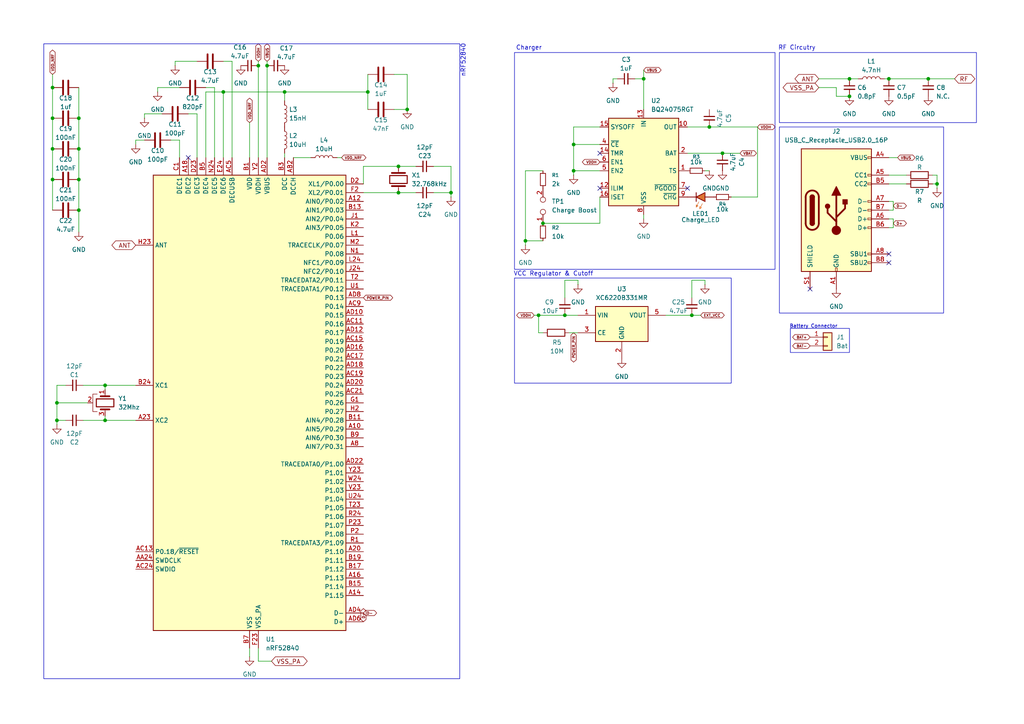
<source format=kicad_sch>
(kicad_sch (version 20250114) (generator "eeschema") (generator_version "9.0")
  (paper "A4")
  (lib_symbols
    (symbol "Battery_Management:BQ24075RGT"
      (property "Reference" "U" (at -8.89 13.97 0))
      (property "Value" "BQ24075RGT" (at 16.51 13.97 0))
      (symbol "BQ24075RGT_0_1"
        (rectangle (start -10.16 12.7) (end 10.16 -12.7) (stroke (width 0.254)) (fill (type background)))
      )
      (symbol "BQ24075RGT_1_1"
        (pin input line (at -12.7 10.16 0) (length 2.54) (name "SYSOFF") (number "15"))
        (pin input line (at -12.7 5.08 0) (length 2.54) (name "~{CE}") (number "4"))
        (pin input line (at -12.7 2.54 0) (length 2.54) (name "TMR") (number "14"))
        (pin input line (at -12.7 0 0) (length 2.54) (name "EN1") (number "6"))
        (pin input line (at -12.7 -2.54 0) (length 2.54) (name "EN2") (number "5"))
        (pin passive line (at -12.7 -7.62 0) (length 2.54) (name "ILIM") (number "12"))
        (pin passive line (at -12.7 -10.16 0) (length 2.54) (name "ISET") (number "16"))
        (pin power_in line (at 0 15.24 270) (length 2.54) (name "IN") (number "13"))
        (pin passive line (at 0 -15.24 90) (length 2.54) (hide yes) (name "VSS") (number "17"))
        (pin power_in line (at 0 -15.24 90) (length 2.54) (name "VSS") (number "8"))
        (pin power_out line (at 12.7 10.16 180) (length 2.54) (name "OUT") (number "10"))
        (pin passive line (at 12.7 10.16 180) (length 2.54) (hide yes) (name "OUT") (number "11"))
        (pin power_out line (at 12.7 2.54 180) (length 2.54) (name "BAT") (number "2"))
        (pin passive line (at 12.7 2.54 180) (length 2.54) (hide yes) (name "BAT") (number "3"))
        (pin passive line (at 12.7 -2.54 180) (length 2.54) (name "TS") (number "1"))
        (pin open_collector line (at 12.7 -7.62 180) (length 2.54) (name "~{PGOOD}") (number "7"))
        (pin open_collector line (at 12.7 -10.16 180) (length 2.54) (name "~{CHG}") (number "9"))
      )
    )
    (symbol "Connector:TestPoint_2Pole" (pin_names (offset 0.762) (hide yes))
      (property "Reference" "TP" (at 0 1.524 0))
      (property "Value" "TestPoint_2Pole" (at 0 -1.778 0))
      (symbol "TestPoint_2Pole_0_1"
        (circle (center -1.778 0) (radius 0.762))
        (circle (center 1.778 0) (radius 0.762))
        (pin passive line (at -5.08 0 0) (length 2.54) (name "1") (number "1"))
        (pin passive line (at 5.08 0 180) (length 2.54) (name "2") (number "2"))
      )
    )
    (symbol "Connector:USB_C_Receptacle_USB2.0_16P" (pin_names (offset 1.016))
      (property "Reference" "J" (at 0 22.225 0))
      (property "Value" "USB_C_Receptacle_USB2.0_16P" (at 0 19.685 0))
      (symbol "USB_C_Receptacle_USB2.0_16P_0_0"
        (rectangle (start -0.254 -17.78) (end 0.254 -16.764))
        (rectangle (start 10.16 15.494) (end 9.144 14.986))
        (rectangle (start 10.16 10.414) (end 9.144 9.906))
        (rectangle (start 10.16 7.874) (end 9.144 7.366))
        (rectangle (start 10.16 2.794) (end 9.144 2.286))
        (rectangle (start 10.16 0.254) (end 9.144 -0.254))
        (rectangle (start 10.16 -2.286) (end 9.144 -2.794))
        (rectangle (start 10.16 -4.826) (end 9.144 -5.334))
        (rectangle (start 10.16 -12.446) (end 9.144 -12.954))
        (rectangle (start 10.16 -14.986) (end 9.144 -15.494))
      )
      (symbol "USB_C_Receptacle_USB2.0_16P_0_1"
        (rectangle (start -10.16 17.78) (end 10.16 -17.78) (stroke (width 0.254)) (fill (type background)))
        (polyline (pts (xy -8.89 -3.81) (xy -8.89 3.81)) (stroke (width 0.508)))
        (rectangle (start -7.62 -3.81) (end -6.35 3.81) (stroke (width 0.254)) (fill (type outline)))
        (arc (start -7.62 3.81) (mid -6.985 4.4423) (end -6.35 3.81) (stroke (width 0.254)))
        (arc (start -7.62 3.81) (mid -6.985 4.4423) (end -6.35 3.81) (stroke (width 0.254)) (fill (type outline)))
        (arc (start -8.89 3.81) (mid -6.985 5.7067) (end -5.08 3.81) (stroke (width 0.508)))
        (arc (start -5.08 -3.81) (mid -6.985 -5.7067) (end -8.89 -3.81) (stroke (width 0.508)))
        (arc (start -6.35 -3.81) (mid -6.985 -4.4423) (end -7.62 -3.81) (stroke (width 0.254)))
        (arc (start -6.35 -3.81) (mid -6.985 -4.4423) (end -7.62 -3.81) (stroke (width 0.254)) (fill (type outline)))
        (polyline (pts (xy -5.08 3.81) (xy -5.08 -3.81)) (stroke (width 0.508)))
        (circle (center -2.54 1.143) (radius 0.635) (stroke (width 0.254)) (fill (type outline)))
        (polyline (pts (xy -1.27 4.318) (xy 0 6.858) (xy 1.27 4.318) (xy -1.27 4.318)) (stroke (width 0.254)) (fill (type outline)))
        (polyline (pts (xy 0 -2.032) (xy 2.54 0.508) (xy 2.54 1.778)) (stroke (width 0.508)))
        (polyline (pts (xy 0 -3.302) (xy -2.54 -0.762) (xy -2.54 0.508)) (stroke (width 0.508)))
        (polyline (pts (xy 0 -5.842) (xy 0 4.318)) (stroke (width 0.508)))
        (circle (center 0 -5.842) (radius 1.27) (fill (type outline)))
        (rectangle (start 1.905 1.778) (end 3.175 3.048) (stroke (width 0.254)) (fill (type outline)))
      )
      (symbol "USB_C_Receptacle_USB2.0_16P_1_1"
        (pin passive line (at -7.62 -22.86 90) (length 5.08) (name "SHIELD") (number "S1"))
        (pin passive line (at 0 -22.86 90) (length 5.08) (name "GND") (number "A1"))
        (pin passive line (at 0 -22.86 90) (length 5.08) (hide yes) (name "GND") (number "A12"))
        (pin passive line (at 0 -22.86 90) (length 5.08) (hide yes) (name "GND") (number "B1"))
        (pin passive line (at 0 -22.86 90) (length 5.08) (hide yes) (name "GND") (number "B12"))
        (pin passive line (at 15.24 15.24 180) (length 5.08) (name "VBUS") (number "A4"))
        (pin passive line (at 15.24 15.24 180) (length 5.08) (hide yes) (name "VBUS") (number "A9"))
        (pin passive line (at 15.24 15.24 180) (length 5.08) (hide yes) (name "VBUS") (number "B4"))
        (pin passive line (at 15.24 15.24 180) (length 5.08) (hide yes) (name "VBUS") (number "B9"))
        (pin bidirectional line (at 15.24 10.16 180) (length 5.08) (name "CC1") (number "A5"))
        (pin bidirectional line (at 15.24 7.62 180) (length 5.08) (name "CC2") (number "B5"))
        (pin bidirectional line (at 15.24 2.54 180) (length 5.08) (name "D-") (number "A7"))
        (pin bidirectional line (at 15.24 0 180) (length 5.08) (name "D-") (number "B7"))
        (pin bidirectional line (at 15.24 -2.54 180) (length 5.08) (name "D+") (number "A6"))
        (pin bidirectional line (at 15.24 -5.08 180) (length 5.08) (name "D+") (number "B6"))
        (pin bidirectional line (at 15.24 -12.7 180) (length 5.08) (name "SBU1") (number "A8"))
        (pin bidirectional line (at 15.24 -15.24 180) (length 5.08) (name "SBU2") (number "B8"))
      )
    )
    (symbol "Connector_Generic:Conn_01x02" (pin_names (offset 1.016) (hide yes))
      (property "Reference" "J" (at 0 2.54 0))
      (property "Value" "Conn_01x02" (at 0 -5.08 0))
      (symbol "Conn_01x02_1_1"
        (rectangle (start -1.27 1.27) (end 1.27 -3.81) (stroke (width 0.254)) (fill (type background)))
        (rectangle (start -1.27 0.127) (end 0 -0.127) (stroke (width 0.1524)))
        (rectangle (start -1.27 -2.413) (end 0 -2.667) (stroke (width 0.1524)))
        (pin passive line (at -5.08 0 0) (length 3.81) (name "Pin_1") (number "1"))
        (pin passive line (at -5.08 -2.54 0) (length 3.81) (name "Pin_2") (number "2"))
      )
    )
    (symbol "Device:C" (pin_numbers (hide yes)) (pin_names (offset 0.254))
      (property "Reference" "C" (at 0.635 2.54 0))
      (property "Value" "C" (at 0.635 -2.54 0))
      (symbol "C_0_1"
        (polyline (pts (xy -2.032 0.762) (xy 2.032 0.762)) (stroke (width 0.508)))
        (polyline (pts (xy -2.032 -0.762) (xy 2.032 -0.762)) (stroke (width 0.508)))
      )
      (symbol "C_1_1"
        (pin passive line (at 0 3.81 270) (length 2.794) (name "~") (number "1"))
        (pin passive line (at 0 -3.81 90) (length 2.794) (name "~") (number "2"))
      )
    )
    (symbol "Device:C_Small" (pin_numbers (hide yes)) (pin_names (offset 0.254) (hide yes))
      (property "Reference" "C" (at 0.254 1.778 0))
      (property "Value" "C_Small" (at 0.254 -2.032 0))
      (symbol "C_Small_0_1"
        (polyline (pts (xy -1.524 0.508) (xy 1.524 0.508)) (stroke (width 0.3048)))
        (polyline (pts (xy -1.524 -0.508) (xy 1.524 -0.508)) (stroke (width 0.3302)))
      )
      (symbol "C_Small_1_1"
        (pin passive line (at 0 2.54 270) (length 2.032) (name "~") (number "1"))
        (pin passive line (at 0 -2.54 90) (length 2.032) (name "~") (number "2"))
      )
    )
    (symbol "Device:Crystal_GND2" (pin_names (offset 1.016) (hide yes))
      (property "Reference" "Y" (at 0 5.715 0))
      (property "Value" "Crystal_GND2" (at 0 3.81 0))
      (symbol "Crystal_GND2_0_1"
        (polyline (pts (xy -2.54 0) (xy -1.905 0)))
        (polyline (pts (xy -2.54 -2.286) (xy -2.54 -3.556) (xy 2.54 -3.556) (xy 2.54 -2.286)))
        (polyline (pts (xy -1.905 -1.27) (xy -1.905 1.27)) (stroke (width 0.508)))
        (rectangle (start -1.143 2.54) (end 1.143 -2.54) (stroke (width 0.3048)))
        (polyline (pts (xy 0 -3.81) (xy 0 -3.556)))
        (polyline (pts (xy 1.905 1.27) (xy 1.905 -1.27)) (stroke (width 0.508)))
        (polyline (pts (xy 1.905 0) (xy 2.54 0)))
      )
      (symbol "Crystal_GND2_1_1"
        (pin passive line (at -3.81 0 0) (length 1.27) (name "1") (number "1"))
        (pin passive line (at 0 -5.08 90) (length 1.27) (name "2") (number "2"))
        (pin passive line (at 3.81 0 180) (length 1.27) (name "3") (number "3"))
      )
    )
    (symbol "Device:L" (pin_numbers (hide yes)) (pin_names (offset 1.016) (hide yes))
      (property "Reference" "L" (at -1.27 0 90))
      (property "Value" "L" (at 1.905 0 90))
      (symbol "L_0_1"
        (arc (start 0 2.54) (mid 0.6323 1.905) (end 0 1.27))
        (arc (start 0 1.27) (mid 0.6323 0.635) (end 0 0))
        (arc (start 0 0) (mid 0.6323 -0.635) (end 0 -1.27))
        (arc (start 0 -1.27) (mid 0.6323 -1.905) (end 0 -2.54))
      )
      (symbol "L_1_1"
        (pin passive line (at 0 3.81 270) (length 1.27) (name "1") (number "1"))
        (pin passive line (at 0 -3.81 90) (length 1.27) (name "2") (number "2"))
      )
    )
    (symbol "Device:R" (pin_numbers (hide yes)) (pin_names (offset 0))
      (property "Reference" "R" (at 2.032 0 90))
      (property "Value" "R" (at 0 0 90))
      (symbol "R_0_1"
        (rectangle (start -1.016 -2.54) (end 1.016 2.54) (stroke (width 0.254)))
      )
      (symbol "R_1_1"
        (pin passive line (at 0 3.81 270) (length 1.27) (name "~") (number "1"))
        (pin passive line (at 0 -3.81 90) (length 1.27) (name "~") (number "2"))
      )
    )
    (symbol "Device:R_Small" (pin_numbers (hide yes)) (pin_names (offset 0.254) (hide yes))
      (property "Reference" "R" (at 0 0 90))
      (property "Value" "R_Small" (at 1.778 0 90))
      (symbol "R_Small_0_1"
        (rectangle (start -0.762 1.778) (end 0.762 -1.778) (stroke (width 0.2032)))
      )
      (symbol "R_Small_1_1"
        (pin passive line (at 0 2.54 270) (length 0.762) (name "~") (number "1"))
        (pin passive line (at 0 -2.54 90) (length 0.762) (name "~") (number "2"))
      )
    )
    (symbol "MCU_Nordic:nRF52840"
      (property "Reference" "U" (at 0 5.08 0))
      (property "Value" "nRF52840" (at 0 2.54 0))
      (symbol "nRF52840_0_1"
        (rectangle (start -27.94 66.04) (end 27.94 -66.04) (stroke (width 0.254)) (fill (type background)))
      )
      (symbol "nRF52840_1_1"
        (pin passive line (at -33.02 45.72 0) (length 5.08) (name "ANT") (number "H23"))
        (pin input line (at -33.02 5.08 0) (length 5.08) (name "XC1") (number "B24"))
        (pin input line (at -33.02 -5.08 0) (length 5.08) (name "XC2") (number "A23"))
        (pin bidirectional line (at -33.02 -43.18 0) (length 5.08) (name "P0.18/~{RESET}") (number "AC13"))
        (pin input line (at -33.02 -45.72 0) (length 5.08) (name "SWDCLK") (number "AA24"))
        (pin bidirectional line (at -33.02 -48.26 0) (length 5.08) (name "SWDIO") (number "AC24"))
        (pin passive line (at -20.32 71.12 270) (length 5.08) (name "DEC1") (number "C1"))
        (pin passive line (at -17.78 71.12 270) (length 5.08) (name "DEC2") (number "A18"))
        (pin passive line (at -15.24 71.12 270) (length 5.08) (name "DEC3") (number "D23"))
        (pin passive line (at -12.7 71.12 270) (length 5.08) (name "DEC4") (number "B5"))
        (pin passive line (at -10.16 71.12 270) (length 5.08) (name "DEC5") (number "N24"))
        (pin passive line (at -7.62 71.12 270) (length 5.08) (name "DEC6") (number "E24"))
        (pin passive line (at -5.08 71.12 270) (length 5.08) (name "DECUSB") (number "AC5"))
        (pin passive line (at 0 71.12 270) (length 5.08) (hide yes) (name "VDD") (number "A22"))
        (pin passive line (at 0 71.12 270) (length 5.08) (hide yes) (name "VDD") (number "AD14"))
        (pin passive line (at 0 71.12 270) (length 5.08) (hide yes) (name "VDD") (number "AD23"))
        (pin power_in line (at 0 71.12 270) (length 5.08) (name "VDD") (number "B1"))
        (pin passive line (at 0 71.12 270) (length 5.08) (hide yes) (name "VDD") (number "W1"))
        (pin power_in line (at 0 -71.12 90) (length 5.08) (name "VSS") (number "B7"))
        (pin passive line (at 0 -71.12 90) (length 5.08) (hide yes) (name "VSS") (number "EP"))
        (pin power_in line (at 2.54 71.12 270) (length 5.08) (name "VDDH") (number "Y2"))
        (pin power_in line (at 2.54 -71.12 90) (length 5.08) (name "VSS_PA") (number "F23"))
        (pin power_in line (at 5.08 71.12 270) (length 5.08) (name "VBUS") (number "AD2"))
        (pin power_out line (at 10.16 71.12 270) (length 5.08) (name "DCC") (number "B3"))
        (pin power_out line (at 12.7 71.12 270) (length 5.08) (name "DCCH") (number "AB2"))
        (pin bidirectional line (at 33.02 63.5 180) (length 5.08) (name "XL1/P0.00") (number "D2"))
        (pin bidirectional line (at 33.02 60.96 180) (length 5.08) (name "XL2/P0.01") (number "F2"))
        (pin bidirectional line (at 33.02 58.42 180) (length 5.08) (name "AIN0/P0.02") (number "A12"))
        (pin bidirectional line (at 33.02 55.88 180) (length 5.08) (name "AIN1/P0.03") (number "B13"))
        (pin bidirectional line (at 33.02 53.34 180) (length 5.08) (name "AIN2/P0.04") (number "J1"))
        (pin bidirectional line (at 33.02 50.8 180) (length 5.08) (name "AIN3/P0.05") (number "K2"))
        (pin bidirectional line (at 33.02 48.26 180) (length 5.08) (name "P0.06") (number "L1"))
        (pin bidirectional line (at 33.02 45.72 180) (length 5.08) (name "TRACECLK/P0.07") (number "M2"))
        (pin bidirectional line (at 33.02 43.18 180) (length 5.08) (name "P0.08") (number "N1"))
        (pin bidirectional line (at 33.02 40.64 180) (length 5.08) (name "NFC1/P0.09") (number "L24"))
        (pin bidirectional line (at 33.02 38.1 180) (length 5.08) (name "NFC2/P0.10") (number "J24"))
        (pin bidirectional line (at 33.02 35.56 180) (length 5.08) (name "TRACEDATA2/P0.11") (number "T2"))
        (pin bidirectional line (at 33.02 33.02 180) (length 5.08) (name "TRACEDATA1/P0.12") (number "U1"))
        (pin bidirectional line (at 33.02 30.48 180) (length 5.08) (name "P0.13") (number "AD8"))
        (pin bidirectional line (at 33.02 27.94 180) (length 5.08) (name "P0.14") (number "AC9"))
        (pin bidirectional line (at 33.02 25.4 180) (length 5.08) (name "P0.15") (number "AD10"))
        (pin bidirectional line (at 33.02 22.86 180) (length 5.08) (name "P0.16") (number "AC11"))
        (pin bidirectional line (at 33.02 20.32 180) (length 5.08) (name "P0.17") (number "AD12"))
        (pin bidirectional line (at 33.02 17.78 180) (length 5.08) (name "P0.19") (number "AC15"))
        (pin bidirectional line (at 33.02 15.24 180) (length 5.08) (name "P0.20") (number "AD16"))
        (pin bidirectional line (at 33.02 12.7 180) (length 5.08) (name "P0.21") (number "AC17"))
        (pin bidirectional line (at 33.02 10.16 180) (length 5.08) (name "P0.22") (number "AD18"))
        (pin bidirectional line (at 33.02 7.62 180) (length 5.08) (name "P0.23") (number "AC19"))
        (pin bidirectional line (at 33.02 5.08 180) (length 5.08) (name "P0.24") (number "AD20"))
        (pin bidirectional line (at 33.02 2.54 180) (length 5.08) (name "P0.25") (number "AC21"))
        (pin bidirectional line (at 33.02 0 180) (length 5.08) (name "P0.26") (number "G1"))
        (pin bidirectional line (at 33.02 -2.54 180) (length 5.08) (name "P0.27") (number "H2"))
        (pin bidirectional line (at 33.02 -5.08 180) (length 5.08) (name "AIN4/P0.28") (number "B11"))
        (pin bidirectional line (at 33.02 -7.62 180) (length 5.08) (name "AIN5/P0.29") (number "A10"))
        (pin bidirectional line (at 33.02 -10.16 180) (length 5.08) (name "AIN6/P0.30") (number "B9"))
        (pin bidirectional line (at 33.02 -12.7 180) (length 5.08) (name "AIN7/P0.31") (number "A8"))
        (pin bidirectional line (at 33.02 -17.78 180) (length 5.08) (name "TRACEDATA0/P1.00") (number "AD22"))
        (pin bidirectional line (at 33.02 -20.32 180) (length 5.08) (name "P1.01") (number "Y23"))
        (pin bidirectional line (at 33.02 -22.86 180) (length 5.08) (name "P1.02") (number "W24"))
        (pin bidirectional line (at 33.02 -25.4 180) (length 5.08) (name "P1.03") (number "V23"))
        (pin bidirectional line (at 33.02 -27.94 180) (length 5.08) (name "P1.04") (number "U24"))
        (pin bidirectional line (at 33.02 -30.48 180) (length 5.08) (name "P1.05") (number "T23"))
        (pin bidirectional line (at 33.02 -33.02 180) (length 5.08) (name "P1.06") (number "R24"))
        (pin bidirectional line (at 33.02 -35.56 180) (length 5.08) (name "P1.07") (number "P23"))
        (pin bidirectional line (at 33.02 -38.1 180) (length 5.08) (name "P1.08") (number "P2"))
        (pin bidirectional line (at 33.02 -40.64 180) (length 5.08) (name "TRACEDATA3/P1.09") (number "R1"))
        (pin bidirectional line (at 33.02 -43.18 180) (length 5.08) (name "P1.10") (number "A20"))
        (pin bidirectional line (at 33.02 -45.72 180) (length 5.08) (name "P1.11") (number "B19"))
        (pin bidirectional line (at 33.02 -48.26 180) (length 5.08) (name "P1.12") (number "B17"))
        (pin bidirectional line (at 33.02 -50.8 180) (length 5.08) (name "P1.13") (number "A16"))
        (pin bidirectional line (at 33.02 -53.34 180) (length 5.08) (name "P1.14") (number "B15"))
        (pin bidirectional line (at 33.02 -55.88 180) (length 5.08) (name "P1.15") (number "A14"))
        (pin bidirectional line (at 33.02 -60.96 180) (length 5.08) (name "D-") (number "AD4"))
        (pin bidirectional line (at 33.02 -63.5 180) (length 5.08) (name "D+") (number "AD6"))
      )
    )
    (symbol "PCM_Crystal_AKL:Crystal_Generic" (pin_numbers (hide yes)) (pin_names (offset 1.016) (hide yes))
      (property "Reference" "X" (at 0 3.81 0))
      (property "Value" "Crystal_Generic" (at 0 -3.81 0))
      (symbol "Crystal_Generic_0_1"
        (polyline (pts (xy -2.54 0) (xy -1.905 0)))
        (polyline (pts (xy -1.905 -1.905) (xy -1.905 1.905)) (stroke (width 0.508)))
        (rectangle (start -1.143 2.54) (end 1.143 -2.54) (stroke (width 0.3048)))
        (polyline (pts (xy 1.905 -1.905) (xy 1.905 1.905)) (stroke (width 0.508)))
        (polyline (pts (xy 2.54 0) (xy 1.905 0)))
      )
      (symbol "Crystal_Generic_1_1"
        (pin passive line (at -3.81 0 0) (length 1.27) (name "1") (number "1"))
        (pin passive line (at 3.81 0 180) (length 1.27) (name "2") (number "2"))
      )
    )
    (symbol "PCM_LED_AKL:LED_1206_Orange" (pin_numbers (hide yes)) (pin_names (offset 1.016) (hide yes))
      (property "Reference" "LED" (at 0 7.62 0))
      (property "Value" "LED_1206_Orange" (at 0 5.08 0))
      (symbol "LED_1206_Orange_0_1"
        (polyline (pts (xy -1.27 1.27) (xy -1.27 -1.27) (xy 1.27 0) (xy -1.27 1.27)) (stroke (width 0.254)) (fill (type color) (color 220 115 50 1)))
        (polyline (pts (xy -0.508 1.905) (xy 0.254 3.429)) (stroke (width 0.1524) (color 220 115 50 1)))
        (polyline (pts (xy 0.508 1.397) (xy 1.27 2.921)) (stroke (width 0.1524) (color 220 115 50 1)))
        (polyline (pts (xy 1.27 2.286) (xy 0.762 2.54) (xy 1.27 2.921) (xy 1.27 2.286)) (stroke (width 0.1524) (color 220 115 50 1)) (fill (type outline)))
        (polyline (pts (xy 1.27 1.27) (xy 1.27 -1.27)) (stroke (width 0.254)))
      )
      (symbol "LED_1206_Orange_0_2"
        (polyline (pts (xy -2.54 -2.54) (xy -0.889 -0.889)))
        (polyline (pts (xy -1.651 0.889) (xy -2.159 2.413)) (stroke (width 0) (color 220 115 50 1)))
        (polyline (pts (xy -0.889 -0.889) (xy -1.778 0) (xy 0.889 0.889) (xy 0 -1.778) (xy -0.889 -0.889)) (stroke (width 0.254)) (fill (type color) (color 220 115 50 1)))
        (polyline (pts (xy -0.508 1.27) (xy -1.016 2.794)) (stroke (width 0) (color 220 115 50 1)))
        (polyline (pts (xy 0 1.778) (xy 1.778 0)) (stroke (width 0.254)))
        (polyline (pts (xy 0.889 0.889) (xy 2.54 2.54)))
      )
      (symbol "LED_1206_Orange_1_1"
        (polyline (pts (xy 0.254 2.794) (xy -0.254 3.048) (xy 0.254 3.429) (xy 0.254 2.794)) (stroke (width 0) (color 220 115 50 1)) (fill (type outline)))
        (pin passive line (at -3.81 0 0) (length 2.54) (name "A") (number "2"))
        (pin passive line (at 3.81 0 180) (length 2.54) (name "K") (number "1"))
      )
      (symbol "LED_1206_Orange_1_2"
        (polyline (pts (xy -2.159 2.413) (xy -2.286 1.778) (xy -1.6764 1.9812) (xy -2.159 2.413)) (stroke (width 0) (color 220 115 50 1)) (fill (type outline)))
        (polyline (pts (xy -1.016 2.794) (xy -1.143 2.159) (xy -0.5334 2.3622) (xy -1.016 2.794)) (stroke (width 0) (color 220 115 50 1)) (fill (type outline)))
        (pin passive line (at -2.54 -2.54 0) (length 0) (name "A") (number "2"))
        (pin passive line (at 2.54 2.54 180) (length 0) (name "K") (number "1"))
      )
    )
    (symbol "Regulator_Linear:XC6220B331MR"
      (property "Reference" "U" (at 0 8.89 0))
      (property "Value" "XC6220B331MR" (at 0 6.35 0))
      (symbol "XC6220B331MR_0_1"
        (rectangle (start -7.62 5.08) (end 7.62 -5.08) (stroke (width 0.254)) (fill (type background)))
      )
      (symbol "XC6220B331MR_1_1"
        (pin power_in line (at -12.7 2.54 0) (length 5.08) (name "VIN") (number "1"))
        (pin input line (at -12.7 -2.54 0) (length 5.08) (name "CE") (number "3"))
        (pin power_in line (at 0 -10.16 90) (length 5.08) (name "GND") (number "2"))
        (pin no_connect line (at 7.62 -2.54 180) (length 5.08) (hide yes) (name "NC") (number "4"))
        (pin power_out line (at 12.7 2.54 180) (length 5.08) (name "VOUT") (number "5"))
      )
    )
    (symbol "power:GND" (power) (pin_numbers (hide yes)) (pin_names (offset 0) (hide yes))
      (property "Value" "GND" (at 0 -3.81 0))
      (symbol "GND_0_1"
        (polyline (pts (xy 0 0) (xy 0 -1.27) (xy 1.27 -1.27) (xy 0 -2.54) (xy -1.27 -1.27) (xy 0 -1.27)))
      )
      (symbol "GND_1_1"
        (pin power_in line (at 0 0 270) (length 0) (name "~") (number "1"))
      )
    )
  )
  (rectangle (start 226.06 15.24) (end 283.21 35.56))
  (rectangle (start 226.06 36.83) (end 273.685 90.805))
  (rectangle (start 229.235 95.25) (end 246.38 102.235))
  (rectangle (start 12.7 12.7) (end 133.35 196.85))
  (rectangle (start 149.225 80.645) (end 212.09 111.125))
  (rectangle (start 149.225 15.24) (end 224.79 78.105))
  (text "Charger" (at 153.416 13.97 0) (effects (font (size 1.27 1.27))))
  (text "nRF52840" (at 134.366 17.526 90) (effects (font (size 1.27 1.27))))
  (text "RF Circutry" (at 231.14 13.97 0) (effects (font (size 1.27 1.27))))
  (text "VCC Regulator & Cutoff" (at 160.528 79.502 0) (effects (font (size 1.27 1.27))))
  (text "Battery Connector" (at 235.966 94.742 0) (effects (font (size 1.016 1.016))))
  (junction (at 64.77 26.67))
  (junction (at 166.37 41.91))
  (junction (at 157.48 64.77))
  (junction (at 130.81 55.88))
  (junction (at 156.21 91.44))
  (junction (at 200.66 91.44))
  (junction (at 269.24 22.86))
  (junction (at 246.38 27.94))
  (junction (at 106.68 26.67))
  (junction (at 115.57 48.26))
  (junction (at 15.24 25.4))
  (junction (at 152.4 69.85))
  (junction (at 82.55 26.67))
  (junction (at 15.24 43.18))
  (junction (at 15.24 52.07))
  (junction (at 22.86 34.29))
  (junction (at 30.48 111.76))
  (junction (at 77.47 19.05))
  (junction (at 16.51 121.92))
  (junction (at 15.24 34.29))
  (junction (at 74.93 19.05))
  (junction (at 166.37 49.53))
  (junction (at 186.69 22.86))
  (junction (at 257.81 22.86))
  (junction (at 209.55 44.45))
  (junction (at 22.86 43.18))
  (junction (at 118.11 31.75))
  (junction (at 30.48 121.92))
  (junction (at 16.51 116.84))
  (junction (at 271.78 53.34))
  (junction (at 246.38 22.86))
  (junction (at 205.74 36.83))
  (junction (at 163.83 91.44))
  (junction (at 22.86 60.96))
  (junction (at 22.86 52.07))
  (junction (at 115.57 55.88))
  (no_connect (at 257.81 76.2))
  (no_connect (at 234.95 83.82))
  (no_connect (at 257.81 73.66))
  (no_connect (at 199.39 54.61))
  (no_connect (at 54.61 45.72))
  (no_connect (at 173.99 54.61))
  (no_connect (at 173.99 44.45))
  (wire (pts (xy 256.54 22.86) (xy 257.81 22.86)))
  (wire (pts (xy 59.69 45.72) (xy 59.69 26.67)))
  (wire (pts (xy 115.57 55.88) (xy 120.65 55.88)))
  (wire (pts (xy 15.24 43.18) (xy 15.24 52.07)))
  (wire (pts (xy 193.04 91.44) (xy 200.66 91.44)))
  (wire (pts (xy 173.99 57.15) (xy 173.99 64.77)))
  (wire (pts (xy 154.94 91.44) (xy 156.21 91.44)))
  (wire (pts (xy 16.51 116.84) (xy 16.51 111.76)))
  (wire (pts (xy 257.81 22.86) (xy 269.24 22.86)))
  (wire (pts (xy 166.37 49.53) (xy 166.37 50.8)))
  (wire (pts (xy 45.72 25.4) (xy 45.72 26.67)))
  (wire (pts (xy 97.79 45.72) (xy 99.06 45.72)))
  (wire (pts (xy 74.93 19.05) (xy 74.93 45.72)))
  (wire (pts (xy 105.41 55.88) (xy 115.57 55.88)))
  (wire (pts (xy 57.15 17.78) (xy 50.8 17.78)))
  (wire (pts (xy 30.48 111.76) (xy 30.48 113.03)))
  (wire (pts (xy 62.23 45.72) (xy 62.23 25.4)))
  (wire (pts (xy 257.81 63.5) (xy 259.08 63.5)))
  (wire (pts (xy 212.09 57.15) (xy 219.71 57.15)))
  (wire (pts (xy 199.39 44.45) (xy 209.55 44.45)))
  (wire (pts (xy 22.86 52.07) (xy 22.86 60.96)))
  (wire (pts (xy 173.99 36.83) (xy 166.37 36.83)))
  (wire (pts (xy 59.69 26.67) (xy 64.77 26.67)))
  (wire (pts (xy 259.08 66.04) (xy 257.81 66.04)))
  (wire (pts (xy 64.77 26.67) (xy 64.77 45.72)))
  (wire (pts (xy 163.83 86.36) (xy 163.83 81.28)))
  (wire (pts (xy 237.49 25.4) (xy 242.57 25.4)))
  (wire (pts (xy 186.69 20.32) (xy 186.69 22.86)))
  (wire (pts (xy 105.41 53.34) (xy 105.41 48.26)))
  (wire (pts (xy 157.48 96.52) (xy 156.21 96.52)))
  (wire (pts (xy 15.24 25.4) (xy 15.24 34.29)))
  (wire (pts (xy 152.4 69.85) (xy 152.4 71.12)))
  (wire (pts (xy 52.07 25.4) (xy 45.72 25.4)))
  (wire (pts (xy 19.05 121.92) (xy 16.51 121.92)))
  (wire (pts (xy 200.66 86.36) (xy 200.66 81.28)))
  (wire (pts (xy 82.55 44.45) (xy 82.55 45.72)))
  (wire (pts (xy 15.24 52.07) (xy 15.24 60.96)))
  (wire (pts (xy 16.51 121.92) (xy 16.51 123.19)))
  (wire (pts (xy 15.24 34.29) (xy 15.24 43.18)))
  (wire (pts (xy 166.37 41.91) (xy 173.99 41.91)))
  (wire (pts (xy 46.99 33.02) (xy 41.91 33.02)))
  (wire (pts (xy 166.37 36.83) (xy 166.37 41.91)))
  (wire (pts (xy 163.83 81.28) (xy 167.64 81.28)))
  (wire (pts (xy 269.24 22.86) (xy 276.86 22.86)))
  (wire (pts (xy 125.73 48.26) (xy 130.81 48.26)))
  (wire (pts (xy 257.81 45.72) (xy 260.35 45.72)))
  (wire (pts (xy 16.51 116.84) (xy 25.4 116.84)))
  (wire (pts (xy 271.78 53.34) (xy 271.78 54.61)))
  (wire (pts (xy 204.47 81.28) (xy 204.47 82.55)))
  (wire (pts (xy 74.93 19.05) (xy 74.93 17.78)))
  (wire (pts (xy 22.86 60.96) (xy 22.86 67.31)))
  (wire (pts (xy 72.39 187.96) (xy 72.39 190.5)))
  (wire (pts (xy 173.99 64.77) (xy 157.48 64.77)))
  (wire (pts (xy 22.86 34.29) (xy 22.86 43.18)))
  (wire (pts (xy 259.08 60.96) (xy 257.81 60.96)))
  (wire (pts (xy 106.68 21.59) (xy 106.68 26.67)))
  (wire (pts (xy 72.39 35.56) (xy 72.39 45.72)))
  (wire (pts (xy 118.11 21.59) (xy 118.11 31.75)))
  (wire (pts (xy 77.47 19.05) (xy 77.47 17.78)))
  (wire (pts (xy 177.8 22.86) (xy 177.8 24.13)))
  (wire (pts (xy 16.51 121.92) (xy 16.51 116.84)))
  (wire (pts (xy 24.13 111.76) (xy 30.48 111.76)))
  (wire (pts (xy 237.49 22.86) (xy 246.38 22.86)))
  (wire (pts (xy 204.47 49.53) (xy 205.74 49.53)))
  (wire (pts (xy 74.93 191.77) (xy 78.74 191.77)))
  (wire (pts (xy 271.78 53.34) (xy 270.51 53.34)))
  (wire (pts (xy 82.55 26.67) (xy 106.68 26.67)))
  (wire (pts (xy 24.13 121.92) (xy 30.48 121.92)))
  (wire (pts (xy 184.15 22.86) (xy 186.69 22.86)))
  (wire (pts (xy 219.71 36.83) (xy 219.71 57.15)))
  (wire (pts (xy 246.38 22.86) (xy 248.92 22.86)))
  (wire (pts (xy 57.15 45.72) (xy 57.15 33.02)))
  (wire (pts (xy 163.83 91.44) (xy 167.64 91.44)))
  (wire (pts (xy 209.55 44.45) (xy 214.63 44.45)))
  (wire (pts (xy 52.07 45.72) (xy 52.07 40.64)))
  (wire (pts (xy 52.07 40.64) (xy 49.53 40.64)))
  (wire (pts (xy 270.51 50.8) (xy 271.78 50.8)))
  (wire (pts (xy 166.37 49.53) (xy 173.99 49.53)))
  (wire (pts (xy 114.3 31.75) (xy 118.11 31.75)))
  (wire (pts (xy 199.39 36.83) (xy 205.74 36.83)))
  (wire (pts (xy 152.4 49.53) (xy 157.48 49.53)))
  (wire (pts (xy 30.48 121.92) (xy 39.37 121.92)))
  (wire (pts (xy 152.4 49.53) (xy 152.4 69.85)))
  (wire (pts (xy 186.69 22.86) (xy 186.69 31.75)))
  (wire (pts (xy 85.09 45.72) (xy 90.17 45.72)))
  (wire (pts (xy 242.57 25.4) (xy 242.57 27.94)))
  (wire (pts (xy 106.68 26.67) (xy 106.68 31.75)))
  (wire (pts (xy 39.37 40.64) (xy 39.37 41.91)))
  (wire (pts (xy 259.08 63.5) (xy 259.08 66.04)))
  (wire (pts (xy 257.81 53.34) (xy 262.89 53.34)))
  (wire (pts (xy 64.77 26.67) (xy 82.55 26.67)))
  (wire (pts (xy 62.23 25.4) (xy 59.69 25.4)))
  (wire (pts (xy 130.81 55.88) (xy 125.73 55.88)))
  (wire (pts (xy 30.48 121.92) (xy 30.48 120.65)))
  (wire (pts (xy 242.57 27.94) (xy 246.38 27.94)))
  (wire (pts (xy 200.66 91.44) (xy 203.2 91.44)))
  (wire (pts (xy 74.93 187.96) (xy 74.93 191.77)))
  (wire (pts (xy 22.86 43.18) (xy 22.86 52.07)))
  (wire (pts (xy 156.21 96.52) (xy 156.21 91.44)))
  (wire (pts (xy 41.91 40.64) (xy 39.37 40.64)))
  (wire (pts (xy 271.78 50.8) (xy 271.78 53.34)))
  (wire (pts (xy 166.37 41.91) (xy 166.37 49.53)))
  (wire (pts (xy 114.3 21.59) (xy 118.11 21.59)))
  (wire (pts (xy 130.81 55.88) (xy 130.81 57.15)))
  (wire (pts (xy 105.41 48.26) (xy 115.57 48.26)))
  (wire (pts (xy 77.47 19.05) (xy 77.47 45.72)))
  (wire (pts (xy 257.81 50.8) (xy 262.89 50.8)))
  (wire (pts (xy 165.1 96.52) (xy 167.64 96.52)))
  (wire (pts (xy 167.64 81.28) (xy 167.64 82.55)))
  (wire (pts (xy 41.91 33.02) (xy 41.91 34.29)))
  (wire (pts (xy 82.55 26.67) (xy 82.55 29.21)))
  (wire (pts (xy 259.08 58.42) (xy 259.08 60.96)))
  (wire (pts (xy 156.21 91.44) (xy 163.83 91.44)))
  (wire (pts (xy 15.24 21.59) (xy 15.24 25.4)))
  (wire (pts (xy 179.07 22.86) (xy 177.8 22.86)))
  (wire (pts (xy 19.05 111.76) (xy 16.51 111.76)))
  (wire (pts (xy 130.81 48.26) (xy 130.81 55.88)))
  (wire (pts (xy 157.48 69.85) (xy 152.4 69.85)))
  (wire (pts (xy 50.8 17.78) (xy 50.8 19.05)))
  (wire (pts (xy 200.66 81.28) (xy 204.47 81.28)))
  (wire (pts (xy 67.31 45.72) (xy 67.31 17.78)))
  (wire (pts (xy 54.61 33.02) (xy 57.15 33.02)))
  (wire (pts (xy 115.57 48.26) (xy 120.65 48.26)))
  (wire (pts (xy 30.48 111.76) (xy 39.37 111.76)))
  (wire (pts (xy 186.69 62.23) (xy 186.69 63.5)))
  (wire (pts (xy 205.74 36.83) (xy 219.71 36.83)))
  (wire (pts (xy 64.77 17.78) (xy 67.31 17.78)))
  (wire (pts (xy 257.81 58.42) (xy 259.08 58.42)))
  (wire (pts (xy 22.86 25.4) (xy 22.86 34.29)))
  (global_label "POWER_PIN" (shape bidirectional) (at 166.37 96.52 270) (effects (font (size 0.762 0.762))) (property "Intersheetrefs" "${INTERSHEET_REFS}" (effects (hide yes))))
  (global_label "VDDH" (shape bidirectional) (at 219.71 36.83 0) (effects (font (size 0.762 0.762))) (property "Intersheetrefs" "${INTERSHEET_REFS}" (effects (hide yes))))
  (global_label "BAT-" (shape bidirectional) (at 234.95 100.33 180) (effects (font (size 0.762 0.762))) (property "Intersheetrefs" "${INTERSHEET_REFS}" (effects (hide yes))))
  (global_label "VBAT" (shape bidirectional) (at 214.63 44.45 0) (effects (font (size 0.762 0.762))) (property "Intersheetrefs" "${INTERSHEET_REFS}" (effects (hide yes))))
  (global_label "D+" (shape bidirectional) (at 105.41 180.34 90) (effects (font (size 0.762 0.762))) (property "Intersheetrefs" "${INTERSHEET_REFS}" (effects (hide yes))))
  (global_label "VDDH" (shape bidirectional) (at 74.93 17.78 90) (effects (font (size 0.762 0.762))) (property "Intersheetrefs" "${INTERSHEET_REFS}" (effects (hide yes))))
  (global_label "VBUS" (shape bidirectional) (at 186.69 20.32 0) (effects (font (size 0.762 0.762))) (property "Intersheetrefs" "${INTERSHEET_REFS}" (effects (hide yes))))
  (global_label "D-" (shape bidirectional) (at 259.08 59.69 0) (effects (font (size 0.762 0.762))) (property "Intersheetrefs" "${INTERSHEET_REFS}" (effects (hide yes))))
  (global_label "ANT" (shape bidirectional) (at 237.49 22.86 180) (property "Intersheetrefs" "${INTERSHEET_REFS}" (effects (hide yes))))
  (global_label "VDDH" (shape bidirectional) (at 154.94 91.44 180) (effects (font (size 0.762 0.762))) (property "Intersheetrefs" "${INTERSHEET_REFS}" (effects (hide yes))))
  (global_label "ANT" (shape bidirectional) (at 39.37 71.12 180) (property "Intersheetrefs" "${INTERSHEET_REFS}" (effects (hide yes))))
  (global_label "D-" (shape bidirectional) (at 105.41 177.8 0) (effects (font (size 0.762 0.762))) (property "Intersheetrefs" "${INTERSHEET_REFS}" (effects (hide yes))))
  (global_label "BAT+" (shape bidirectional) (at 234.95 97.79 180) (effects (font (size 0.762 0.762))) (property "Intersheetrefs" "${INTERSHEET_REFS}" (effects (hide yes))))
  (global_label "POWER_PIN" (shape bidirectional) (at 105.41 86.36 0) (effects (font (size 0.762 0.762))) (property "Intersheetrefs" "${INTERSHEET_REFS}" (effects (hide yes))))
  (global_label "VDD_NRF" (shape bidirectional) (at 72.39 35.56 90) (effects (font (size 0.762 0.762))) (property "Intersheetrefs" "${INTERSHEET_REFS}" (effects (hide yes))))
  (global_label "VBUS" (shape bidirectional) (at 77.47 17.78 90) (effects (font (size 0.762 0.762))) (property "Intersheetrefs" "${INTERSHEET_REFS}" (effects (hide yes))))
  (global_label "VSS_PA" (shape bidirectional) (at 78.74 191.77 0) (property "Intersheetrefs" "${INTERSHEET_REFS}" (effects (hide yes))))
  (global_label "VDD_NRF" (shape bidirectional) (at 99.06 45.72 0) (effects (font (size 0.762 0.762))) (property "Intersheetrefs" "${INTERSHEET_REFS}" (effects (hide yes))))
  (global_label "D+" (shape bidirectional) (at 259.08 64.77 0) (effects (font (size 0.762 0.762))) (property "Intersheetrefs" "${INTERSHEET_REFS}" (effects (hide yes))))
  (global_label "VBUS" (shape bidirectional) (at 260.35 45.72 0) (effects (font (size 0.762 0.762))) (property "Intersheetrefs" "${INTERSHEET_REFS}" (effects (hide yes))))
  (global_label "EXT_VCC" (shape bidirectional) (at 203.2 91.44 0) (effects (font (size 0.762 0.762))) (property "Intersheetrefs" "${INTERSHEET_REFS}" (effects (hide yes))))
  (global_label "VDDH" (shape bidirectional) (at 173.99 46.99 180) (effects (font (size 0.762 0.762))) (property "Intersheetrefs" "${INTERSHEET_REFS}" (effects (hide yes))))
  (global_label "VDD_NRF" (shape bidirectional) (at 15.24 21.59 90) (effects (font (size 0.762 0.762))) (property "Intersheetrefs" "${INTERSHEET_REFS}" (effects (hide yes))))
  (global_label "VSS_PA" (shape bidirectional) (at 237.49 25.4 180) (property "Intersheetrefs" "${INTERSHEET_REFS}" (effects (hide yes))))
  (global_label "RF" (shape bidirectional) (at 276.86 22.86 0) (property "Intersheetrefs" "${INTERSHEET_REFS}" (effects (hide yes))))
  (symbol (lib_id "power:GND") (at 257.81 27.94 0) (unit 1)
    (property "Reference" "#PWR05" (effects (hide yes)))
    (property "Value" "GND" (at 257.81 33.02 0))
    (property "Description" "Power symbol creates a global label with name \"GND\" , ground" (effects (hide yes)))
  )
  (symbol (lib_id "power:GND") (at 205.74 49.53 0) (unit 1)
    (property "Reference" "#PWR019" (effects (hide yes)))
    (property "Value" "GND" (at 205.74 54.61 0))
    (property "Description" "Power symbol creates a global label with name \"GND\" , ground" (effects (hide yes)))
  )
  (symbol (lib_id "power:GND") (at 167.64 82.55 0) (unit 1)
    (property "Reference" "#PWR022" (effects (hide yes)))
    (property "Value" "GND" (at 167.64 87.63 0))
    (property "Description" "Power symbol creates a global label with name \"GND\" , ground" (effects (hide yes)))
  )
  (symbol (lib_id "Device:C") (at 45.72 40.64 90) (unit 1)
    (property "Reference" "C10" (at 45.72 43.688 90))
    (property "Value" "100pF" (at 45.72 46.228 90))
    (property "Description" "Unpolarized capacitor" (effects (hide yes)))
  )
  (symbol (lib_id "power:GND") (at 118.11 31.75 0) (unit 1)
    (property "Reference" "#PWR013" (effects (hide yes)))
    (property "Value" "GND" (at 118.11 36.83 0))
    (property "Description" "Power symbol creates a global label with name \"GND\" , ground" (effects (hide yes)))
  )
  (symbol (lib_id "Battery_Management:BQ24075RGT") (at 186.69 46.99 0) (unit 1)
    (property "Reference" "U2" (at 188.8333 29.21 0) (effects (justify left)))
    (property "Value" "BQ24075RGT" (at 188.8333 31.75 0) (effects (justify left)))
    (property "Footprint" "Package_DFN_QFN:VQFN-16-1EP_3x3mm_P0.5mm_EP1.6x1.6mm" (effects (hide yes)))
    (property "Datasheet" "http://www.ti.com/lit/ds/symlink/bq24075.pdf" (effects (hide yes)))
    (property "Description" "USB-Friendly Li-Ion Battery Charger and Power-Path Management, VQFN-16" (effects (hide yes)))
  )
  (symbol (lib_id "Device:C_Small") (at 123.19 48.26 270) (unit 1)
    (property "Reference" "C23" (at 123.19 45.212 90))
    (property "Value" "12pF" (at 123.19 42.672 90))
    (property "Description" "Unpolarized capacitor, small symbol" (effects (hide yes)))
  )
  (symbol (lib_id "Device:C") (at 19.05 34.29 90) (unit 1)
    (property "Reference" "C19" (at 19.05 37.338 90))
    (property "Value" "100nF" (at 19.05 39.878 90))
    (property "Description" "Unpolarized capacitor" (effects (hide yes)))
  )
  (symbol (lib_id "Connector:USB_C_Receptacle_USB2.0_16P") (at 242.57 60.96 0) (unit 1)
    (property "Reference" "J2" (at 242.57 38.1 0))
    (property "Value" "USB_C_Receptacle_USB2.0_16P" (at 242.57 40.64 0))
    (property "Datasheet" "https://www.usb.org/sites/default/files/documents/usb_type-c.zip" (effects (hide yes)))
    (property "Description" "USB 2.0-only 16P Type-C Receptacle connector" (effects (hide yes)))
  )
  (symbol (lib_id "Device:L") (at 252.73 22.86 90) (unit 1)
    (property "Reference" "L1" (at 252.73 17.78 90))
    (property "Value" "4.7nH" (at 252.73 20.32 90))
    (property "Description" "Inductor" (effects (hide yes)))
  )
  (symbol (lib_id "power:GND") (at 186.69 63.5 0) (unit 1)
    (property "Reference" "#PWR018" (effects (hide yes)))
    (property "Value" "GND" (at 186.69 68.58 0))
    (property "Description" "Power symbol creates a global label with name \"GND\" , ground" (effects (hide yes)))
  )
  (symbol (lib_id "Device:C_Small") (at 80.01 19.05 90) (unit 1)
    (property "Reference" "C17" (at 83.058 13.97 90))
    (property "Value" "4.7uF" (at 83.058 16.51 90))
    (property "Description" "Unpolarized capacitor, small symbol" (effects (hide yes)))
  )
  (symbol (lib_id "Device:C_Small") (at 181.61 22.86 90) (unit 1)
    (property "Reference" "C3" (at 181.61 17.272 90))
    (property "Value" "1uF" (at 181.61 19.812 90))
    (property "Description" "Unpolarized capacitor, small symbol" (effects (hide yes)))
  )
  (symbol (lib_id "Device:R_Small") (at 157.48 52.07 0) (unit 1)
    (property "Reference" "R1" (at 160.02 50.7999 0) (effects (font (size 1.016 1.016)) (justify left)))
    (property "Value" "2k" (at 160.02 53.3399 0) (effects (justify left)))
    (property "Description" "Resistor, small symbol" (effects (hide yes)))
  )
  (symbol (lib_id "power:GND") (at 72.39 190.5 0) (unit 1)
    (property "Reference" "#PWR08" (effects (hide yes)))
    (property "Value" "GND" (at 72.39 195.58 0))
    (property "Description" "Power symbol creates a global label with name \"GND\" , ground" (effects (hide yes)))
  )
  (symbol (lib_id "power:GND") (at 22.86 67.31 0) (unit 1)
    (property "Reference" "#PWR016" (effects (hide yes)))
    (property "Value" "GND" (at 22.86 72.39 0))
    (property "Description" "Power symbol creates a global label with name \"GND\" , ground" (effects (hide yes)))
  )
  (symbol (lib_id "Device:C") (at 19.05 60.96 90) (unit 1)
    (property "Reference" "C22" (at 19.05 64.008 90))
    (property "Value" "4.7uF" (at 19.05 66.548 90))
    (property "Description" "Unpolarized capacitor" (effects (hide yes)))
  )
  (symbol (lib_id "power:GND") (at 246.38 27.94 0) (unit 1)
    (property "Reference" "#PWR04" (effects (hide yes)))
    (property "Value" "GND" (at 246.38 33.02 0))
    (property "Description" "Power symbol creates a global label with name \"GND\" , ground" (effects (hide yes)))
  )
  (symbol (lib_id "Device:C") (at 19.05 43.18 90) (unit 1)
    (property "Reference" "C20" (at 19.05 46.228 90))
    (property "Value" "100nF" (at 19.05 48.768 90))
    (property "Description" "Unpolarized capacitor" (effects (hide yes)))
  )
  (symbol (lib_id "Device:C_Small") (at 209.55 46.99 0) (unit 1)
    (property "Reference" "C4" (at 215.138 46.99 90))
    (property "Value" "4.7uF" (at 212.598 46.99 90))
    (property "Description" "Unpolarized capacitor, small symbol" (effects (hide yes)))
  )
  (symbol (lib_id "Device:C_Small") (at 257.81 25.4 0) (unit 1)
    (property "Reference" "C7" (at 260.096 25.4 0) (effects (justify left)))
    (property "Value" "0.5pF" (at 260.096 27.94 0) (effects (justify left)))
    (property "Description" "Unpolarized capacitor, small symbol" (effects (hide yes)))
  )
  (symbol (lib_id "Device:C_Small") (at 200.66 88.9 180) (unit 1)
    (property "Reference" "C25" (at 194.818 87.63 0) (effects (justify right)))
    (property "Value" "4.7uF" (at 194.056 90.17 0) (effects (justify right)))
    (property "Description" "Unpolarized capacitor, small symbol" (effects (hide yes)))
  )
  (symbol (lib_id "PCM_LED_AKL:LED_1206_Orange") (at 203.2 57.15 180) (unit 1)
    (property "Reference" "LED1" (at 203.2 61.976 0))
    (property "Value" "Charge_LED" (at 203.2 63.754 0))
    (property "Footprint" "PCM_LED_SMD_AKL:LED_1206_3216Metric" (effects (hide yes)))
    (property "Description" "Orange SMD LED, 1206, Alternate KiCad Library" (effects (hide yes)))
  )
  (symbol (lib_id "power:GND") (at 204.47 82.55 0) (unit 1)
    (property "Reference" "#PWR023" (effects (hide yes)))
    (property "Value" "GND" (at 204.47 87.63 0))
    (property "Description" "Power symbol creates a global label with name \"GND\" , ground" (effects (hide yes)))
  )
  (symbol (lib_id "power:GND") (at 180.34 104.14 0) (unit 1)
    (property "Reference" "#PWR021" (effects (hide yes)))
    (property "Value" "GND" (at 180.34 109.22 0))
    (property "Description" "Power symbol creates a global label with name \"GND\" , ground" (effects (hide yes)))
  )
  (symbol (lib_id "Device:C_Small") (at 21.59 111.76 270) (unit 1)
    (property "Reference" "C1" (at 21.59 108.712 90))
    (property "Value" "12pF" (at 21.59 106.172 90))
    (property "Description" "Unpolarized capacitor, small symbol" (effects (hide yes)))
  )
  (symbol (lib_id "power:GND") (at 209.55 49.53 0) (unit 1)
    (property "Reference" "#PWR020" (effects (hide yes)))
    (property "Value" "GND" (at 209.55 54.61 0))
    (property "Description" "Power symbol creates a global label with name \"GND\" , ground" (effects (hide yes)))
  )
  (symbol (lib_id "PCM_Crystal_AKL:Crystal_Generic") (at 115.57 52.07 90) (unit 1)
    (property "Reference" "X1" (at 119.38 50.7999 90) (effects (justify right)))
    (property "Value" "32.768kHz" (at 119.38 53.3399 90) (effects (justify right)))
    (property "Description" "Quartz crystal, Generic symbol, Alternate KiCad Library" (effects (hide yes)))
  )
  (symbol (lib_id "Device:L") (at 82.55 40.64 0) (unit 1)
    (property "Reference" "L2" (at 83.82 39.3699 0) (effects (justify left)))
    (property "Value" "10uH" (at 83.82 41.9099 0) (effects (justify left)))
    (property "Description" "Inductor" (effects (hide yes)))
  )
  (symbol (lib_id "power:GND") (at 130.81 57.15 0) (unit 1)
    (property "Reference" "#PWR017" (effects (hide yes)))
    (property "Value" "GND" (at 130.81 62.23 0))
    (property "Description" "Power symbol creates a global label with name \"GND\" , ground" (effects (hide yes)))
  )
  (symbol (lib_id "Device:C") (at 110.49 21.59 90) (unit 1)
    (property "Reference" "C14" (at 110.49 24.638 90))
    (property "Value" "1uF" (at 110.49 27.178 90))
    (property "Description" "Unpolarized capacitor" (effects (hide yes)))
  )
  (symbol (lib_id "Regulator_Linear:XC6220B331MR") (at 180.34 93.98 0) (unit 1)
    (property "Reference" "U3" (at 180.34 83.82 0))
    (property "Value" "XC6220B331MR" (at 180.34 86.36 0))
    (property "Footprint" "Package_TO_SOT_SMD:SOT-23-5" (effects (hide yes)))
    (property "Datasheet" "https://www.torexsemi.com/file/xc6220/XC6220.pdf" (effects (hide yes)))
    (property "Description" "1A, Low Drop-out Voltage Regulator, Fixed Output 3.3V, SOT-23-5" (effects (hide yes)))
  )
  (symbol (lib_id "Device:R_Small") (at 201.93 49.53 90) (unit 1)
    (property "Reference" "R3" (at 201.93 45.466 90) (effects (font (size 1.016 1.016))))
    (property "Value" "10k" (at 201.93 46.99 90))
    (property "Description" "Resistor, small symbol" (effects (hide yes)))
  )
  (symbol (lib_id "Device:R") (at 161.29 96.52 90) (unit 1)
    (property "Reference" "R5" (at 161.544 99.314 90))
    (property "Value" "10M" (at 161.544 101.854 90))
    (property "Description" "Resistor" (effects (hide yes)))
  )
  (symbol (lib_id "Device:C_Small") (at 72.39 19.05 90) (unit 1)
    (property "Reference" "C16" (at 69.596 13.716 90))
    (property "Value" "4.7uF" (at 69.596 16.256 90))
    (property "Description" "Unpolarized capacitor, small symbol" (effects (hide yes)))
  )
  (symbol (lib_id "power:GND") (at 166.37 50.8 0) (unit 1)
    (property "Reference" "#PWR02" (effects (hide yes)))
    (property "Value" "GND" (at 166.37 55.88 0))
    (property "Description" "Power symbol creates a global label with name \"GND\" , ground" (effects (hide yes)))
  )
  (symbol (lib_id "Device:R") (at 266.7 50.8 90) (unit 1)
    (property "Reference" "R6" (at 266.7 45.974 90))
    (property "Value" "R" (at 266.7 48.514 90))
    (property "Description" "Resistor" (effects (hide yes)))
  )
  (symbol (lib_id "Device:C") (at 60.96 17.78 90) (unit 1)
    (property "Reference" "C13" (at 60.96 20.828 90))
    (property "Value" "4.7uF" (at 60.96 23.368 90))
    (property "Description" "Unpolarized capacitor" (effects (hide yes)))
  )
  (symbol (lib_id "power:GND") (at 177.8 24.13 0) (unit 1)
    (property "Reference" "#PWR03" (effects (hide yes)))
    (property "Value" "GND" (at 177.8 29.21 0))
    (property "Description" "Power symbol creates a global label with name \"GND\" , ground" (effects (hide yes)))
  )
  (symbol (lib_id "Device:C_Small") (at 163.83 88.9 180) (unit 1)
    (property "Reference" "C9" (at 157.988 87.63 0) (effects (justify right)))
    (property "Value" "10uF" (at 157.226 90.17 0) (effects (justify right)))
    (property "Description" "Unpolarized capacitor, small symbol" (effects (hide yes)))
  )
  (symbol (lib_id "power:GND") (at 16.51 123.19 0) (unit 1)
    (property "Reference" "#PWR01" (effects (hide yes)))
    (property "Value" "GND" (at 16.51 128.27 0))
    (property "Description" "Power symbol creates a global label with name \"GND\" , ground" (effects (hide yes)))
  )
  (symbol (lib_id "power:GND") (at 152.4 71.12 0) (unit 1)
    (property "Reference" "#PWR07" (effects (hide yes)))
    (property "Value" "GND" (at 152.4 76.2 0))
    (property "Description" "Power symbol creates a global label with name \"GND\" , ground" (effects (hide yes)))
  )
  (symbol (lib_id "Device:C") (at 19.05 25.4 90) (unit 1)
    (property "Reference" "C18" (at 19.05 28.448 90))
    (property "Value" "1uf" (at 19.05 30.988 90))
    (property "Description" "Unpolarized capacitor" (effects (hide yes)))
  )
  (symbol (lib_id "power:GND") (at 39.37 41.91 0) (unit 1)
    (property "Reference" "#PWR09" (effects (hide yes)))
    (property "Value" "GND" (at 39.37 46.99 0))
    (property "Description" "Power symbol creates a global label with name \"GND\" , ground" (effects (hide yes)))
  )
  (symbol (lib_id "Connector_Generic:Conn_01x02") (at 240.03 97.79 0) (unit 1)
    (property "Reference" "J1" (at 242.57 97.7899 0) (effects (justify left)))
    (property "Value" "Bat" (at 242.57 100.3299 0) (effects (justify left)))
    (property "Footprint" "Connector_JST:JST_PH_S2B-PH-K_1x02_P2.00mm_Horizontal" (effects (hide yes)))
    (property "Description" "Generic connector, single row, 01x02, script generated (kicad-library-utils/schlib/autogen/connector/)" (effects (hide yes)))
  )
  (symbol (lib_id "Device:R") (at 266.7 53.34 90) (unit 1)
    (property "Reference" "R7" (at 266.7 55.626 90))
    (property "Value" "R" (at 266.7 58.166 90))
    (property "Description" "Resistor" (effects (hide yes)))
  )
  (symbol (lib_id "power:GND") (at 271.78 54.61 0) (unit 1)
    (property "Reference" "#PWR025" (effects (hide yes)))
    (property "Value" "GND" (at 271.78 59.69 0))
    (property "Description" "Power symbol creates a global label with name \"GND\" , ground" (effects (hide yes)))
  )
  (symbol (lib_id "Device:C") (at 19.05 52.07 90) (unit 1)
    (property "Reference" "C21" (at 19.05 55.118 90))
    (property "Value" "100nF" (at 19.05 57.658 90))
    (property "Description" "Unpolarized capacitor" (effects (hide yes)))
  )
  (symbol (lib_id "Device:C_Small") (at 269.24 25.4 0) (unit 1)
    (property "Reference" "C8" (at 271.526 25.4 0) (effects (justify left)))
    (property "Value" "N.C." (at 271.526 27.94 0) (effects (justify left)))
    (property "Description" "Unpolarized capacitor, small symbol" (effects (hide yes)))
  )
  (symbol (lib_id "power:GND") (at 242.57 83.82 0) (unit 1)
    (property "Reference" "#PWR024" (effects (hide yes)))
    (property "Value" "GND" (at 242.57 88.9 0))
    (property "Description" "Power symbol creates a global label with name \"GND\" , ground" (effects (hide yes)))
  )
  (symbol (lib_id "Device:C_Small") (at 21.59 121.92 270) (unit 1)
    (property "Reference" "C2" (at 21.5837 128.27 90))
    (property "Value" "12pF" (at 21.5837 125.73 90))
    (property "Description" "Unpolarized capacitor, small symbol" (effects (hide yes)))
  )
  (symbol (lib_id "Device:L") (at 93.98 45.72 90) (unit 1)
    (property "Reference" "L4" (at 93.98 40.64 90))
    (property "Value" "10uH" (at 93.98 43.18 90))
    (property "Description" "Inductor" (effects (hide yes)))
  )
  (symbol (lib_id "power:GND") (at 50.8 19.05 0) (unit 1)
    (property "Reference" "#PWR012" (effects (hide yes)))
    (property "Value" "GND" (at 50.8 24.13 0))
    (property "Description" "Power symbol creates a global label with name \"GND\" , ground" (effects (hide yes)))
  )
  (symbol (lib_id "power:GND") (at 69.85 19.05 0) (unit 1)
    (property "Reference" "#PWR014" (effects (hide yes)))
    (property "Value" "GND" (at 69.85 24.13 0))
    (property "Description" "Power symbol creates a global label with name \"GND\" , ground" (effects (hide yes)))
  )
  (symbol (lib_id "Device:C") (at 50.8 33.02 90) (unit 1)
    (property "Reference" "C11" (at 50.8 36.068 90))
    (property "Value" "100pF" (at 50.8 38.608 90))
    (property "Description" "Unpolarized capacitor" (effects (hide yes)))
  )
  (symbol (lib_id "Device:R_Small") (at 157.48 67.31 0) (unit 1)
    (property "Reference" "R2" (at 160.02 66.0399 0) (effects (font (size 1.016 1.016)) (justify left)))
    (property "Value" "10k" (at 160.02 68.5799 0) (effects (justify left)))
    (property "Description" "Resistor, small symbol" (effects (hide yes)))
  )
  (symbol (lib_id "Device:C") (at 55.88 25.4 90) (unit 1)
    (property "Reference" "C12" (at 55.88 28.448 90))
    (property "Value" "820pF" (at 55.88 30.988 90))
    (property "Description" "Unpolarized capacitor" (effects (hide yes)))
  )
  (symbol (lib_id "Device:C") (at 110.49 31.75 90) (unit 1)
    (property "Reference" "C15" (at 110.49 34.798 90))
    (property "Value" "47nF" (at 110.49 37.338 90))
    (property "Description" "Unpolarized capacitor" (effects (hide yes)))
  )
  (symbol (lib_id "Device:C_Small") (at 205.74 34.29 0) (unit 1)
    (property "Reference" "C5" (at 211.328 34.29 90))
    (property "Value" "4.7uF" (at 208.788 34.29 90))
    (property "Description" "Unpolarized capacitor, small symbol" (effects (hide yes)))
  )
  (symbol (lib_id "Device:C_Small") (at 123.19 55.88 270) (unit 1)
    (property "Reference" "C24" (at 123.1837 62.23 90))
    (property "Value" "12pF" (at 123.1837 59.69 90))
    (property "Description" "Unpolarized capacitor, small symbol" (effects (hide yes)))
  )
  (symbol (lib_id "Connector:TestPoint_2Pole") (at 157.48 59.69 90) (unit 1)
    (property "Reference" "TP1" (at 160.02 58.4199 90) (effects (justify right)))
    (property "Value" "Charge Boost" (at 160.02 60.9599 90) (effects (justify right)))
    (property "Footprint" "Connector_PinHeader_2.00mm:PinHeader_1x02_P2.00mm_Horizontal" (effects (hide yes)))
    (property "Description" "2-polar test point" (effects (hide yes)))
  )
  (symbol (lib_id "Device:R_Small") (at 209.55 57.15 90) (unit 1)
    (property "Reference" "R4" (at 209.55 59.182 90) (effects (font (size 1.016 1.016))))
    (property "Value" "10k" (at 209.55 60.706 90))
    (property "Description" "Resistor, small symbol" (effects (hide yes)))
  )
  (symbol (lib_id "Device:C_Small") (at 246.38 25.4 0) (unit 1)
    (property "Reference" "C6" (at 248.666 25.4 0) (effects (justify left)))
    (property "Value" "0.8pF" (at 248.666 27.94 0) (effects (justify left)))
    (property "Description" "Unpolarized capacitor, small symbol" (effects (hide yes)))
  )
  (symbol (lib_id "power:GND") (at 41.91 34.29 0) (unit 1)
    (property "Reference" "#PWR010" (effects (hide yes)))
    (property "Value" "GND" (at 41.91 39.37 0))
    (property "Description" "Power symbol creates a global label with name \"GND\" , ground" (effects (hide yes)))
  )
  (symbol (lib_id "power:GND") (at 269.24 27.94 0) (unit 1)
    (property "Reference" "#PWR06" (effects (hide yes)))
    (property "Value" "GND" (at 269.24 33.02 0))
    (property "Description" "Power symbol creates a global label with name \"GND\" , ground" (effects (hide yes)))
  )
  (symbol (lib_id "power:GND") (at 82.55 19.05 0) (unit 1)
    (property "Reference" "#PWR015" (effects (hide yes)))
    (property "Value" "GND" (at 82.55 24.13 0))
    (property "Description" "Power symbol creates a global label with name \"GND\" , ground" (effects (hide yes)))
  )
  (symbol (lib_id "MCU_Nordic:nRF52840") (at 72.39 116.84 0) (unit 1)
    (property "Reference" "U1" (at 77.0733 185.42 0) (effects (justify left)))
    (property "Value" "nRF52840" (at 77.0733 187.96 0) (effects (justify left)))
    (property "Footprint" "Package_DFN_QFN:Nordic_AQFN-73-1EP_7x7mm_P0.5mm" (effects (hide yes)))
    (property "Datasheet" "http://infocenter.nordicsemi.com/topic/com.nordic.infocenter.nrf52/dita/nrf52/chips/nrf52840.html" (effects (hide yes)))
    (property "Description" "Multiprotocol BLE/ANT/2.4 GHz/802.15.4 Cortex-M4F SoC, AQFN-73" (effects (hide yes)))
  )
  (symbol (lib_id "Device:L") (at 82.55 33.02 0) (unit 1)
    (property "Reference" "L3" (at 83.82 31.7499 0) (effects (justify left)))
    (property "Value" "15nH" (at 83.82 34.2899 0) (effects (justify left)))
    (property "Description" "Inductor" (effects (hide yes)))
  )
  (symbol (lib_id "Device:Crystal_GND2") (at 30.48 116.84 270) (unit 1)
    (property "Reference" "Y1" (at 34.29 115.5699 90) (effects (justify left)))
    (property "Value" "32Mhz" (at 34.29 118.1099 90) (effects (justify left)))
    (property "Description" "Three pin crystal, GND on pin 2" (effects (hide yes)))
  )
  (symbol (lib_id "power:GND") (at 45.72 26.67 0) (unit 1)
    (property "Reference" "#PWR011" (effects (hide yes)))
    (property "Value" "GND" (at 45.72 31.75 0))
    (property "Description" "Power symbol creates a global label with name \"GND\" , ground" (effects (hide yes)))
  )
)
</source>
